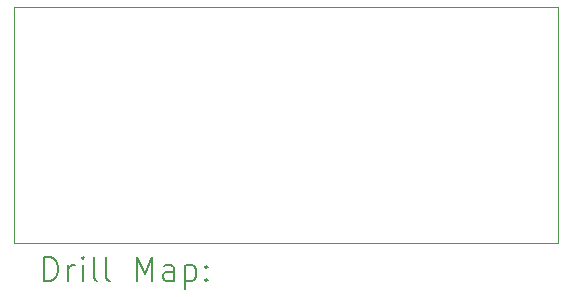
<source format=gbr>
%TF.GenerationSoftware,KiCad,Pcbnew,8.0.4*%
%TF.CreationDate,2024-08-16T15:34:18+02:00*%
%TF.ProjectId,AT8,4154382e-6b69-4636-9164-5f7063625858,00*%
%TF.SameCoordinates,Original*%
%TF.FileFunction,Drillmap*%
%TF.FilePolarity,Positive*%
%FSLAX45Y45*%
G04 Gerber Fmt 4.5, Leading zero omitted, Abs format (unit mm)*
G04 Created by KiCad (PCBNEW 8.0.4) date 2024-08-16 15:34:18*
%MOMM*%
%LPD*%
G01*
G04 APERTURE LIST*
%ADD10C,0.100000*%
%ADD11C,0.200000*%
G04 APERTURE END LIST*
D10*
X1267400Y-1270000D02*
X5867400Y-1270000D01*
X5867400Y-3270000D01*
X1267400Y-3270000D01*
X1267400Y-1270000D01*
D11*
X1523177Y-3586484D02*
X1523177Y-3386484D01*
X1523177Y-3386484D02*
X1570796Y-3386484D01*
X1570796Y-3386484D02*
X1599367Y-3396008D01*
X1599367Y-3396008D02*
X1618415Y-3415055D01*
X1618415Y-3415055D02*
X1627939Y-3434103D01*
X1627939Y-3434103D02*
X1637462Y-3472198D01*
X1637462Y-3472198D02*
X1637462Y-3500769D01*
X1637462Y-3500769D02*
X1627939Y-3538865D01*
X1627939Y-3538865D02*
X1618415Y-3557912D01*
X1618415Y-3557912D02*
X1599367Y-3576960D01*
X1599367Y-3576960D02*
X1570796Y-3586484D01*
X1570796Y-3586484D02*
X1523177Y-3586484D01*
X1723177Y-3586484D02*
X1723177Y-3453150D01*
X1723177Y-3491246D02*
X1732701Y-3472198D01*
X1732701Y-3472198D02*
X1742224Y-3462674D01*
X1742224Y-3462674D02*
X1761272Y-3453150D01*
X1761272Y-3453150D02*
X1780320Y-3453150D01*
X1846986Y-3586484D02*
X1846986Y-3453150D01*
X1846986Y-3386484D02*
X1837462Y-3396008D01*
X1837462Y-3396008D02*
X1846986Y-3405531D01*
X1846986Y-3405531D02*
X1856510Y-3396008D01*
X1856510Y-3396008D02*
X1846986Y-3386484D01*
X1846986Y-3386484D02*
X1846986Y-3405531D01*
X1970796Y-3586484D02*
X1951748Y-3576960D01*
X1951748Y-3576960D02*
X1942224Y-3557912D01*
X1942224Y-3557912D02*
X1942224Y-3386484D01*
X2075558Y-3586484D02*
X2056510Y-3576960D01*
X2056510Y-3576960D02*
X2046986Y-3557912D01*
X2046986Y-3557912D02*
X2046986Y-3386484D01*
X2304129Y-3586484D02*
X2304129Y-3386484D01*
X2304129Y-3386484D02*
X2370796Y-3529341D01*
X2370796Y-3529341D02*
X2437463Y-3386484D01*
X2437463Y-3386484D02*
X2437463Y-3586484D01*
X2618415Y-3586484D02*
X2618415Y-3481722D01*
X2618415Y-3481722D02*
X2608891Y-3462674D01*
X2608891Y-3462674D02*
X2589844Y-3453150D01*
X2589844Y-3453150D02*
X2551748Y-3453150D01*
X2551748Y-3453150D02*
X2532701Y-3462674D01*
X2618415Y-3576960D02*
X2599367Y-3586484D01*
X2599367Y-3586484D02*
X2551748Y-3586484D01*
X2551748Y-3586484D02*
X2532701Y-3576960D01*
X2532701Y-3576960D02*
X2523177Y-3557912D01*
X2523177Y-3557912D02*
X2523177Y-3538865D01*
X2523177Y-3538865D02*
X2532701Y-3519817D01*
X2532701Y-3519817D02*
X2551748Y-3510293D01*
X2551748Y-3510293D02*
X2599367Y-3510293D01*
X2599367Y-3510293D02*
X2618415Y-3500769D01*
X2713653Y-3453150D02*
X2713653Y-3653150D01*
X2713653Y-3462674D02*
X2732701Y-3453150D01*
X2732701Y-3453150D02*
X2770796Y-3453150D01*
X2770796Y-3453150D02*
X2789844Y-3462674D01*
X2789844Y-3462674D02*
X2799367Y-3472198D01*
X2799367Y-3472198D02*
X2808891Y-3491246D01*
X2808891Y-3491246D02*
X2808891Y-3548388D01*
X2808891Y-3548388D02*
X2799367Y-3567436D01*
X2799367Y-3567436D02*
X2789844Y-3576960D01*
X2789844Y-3576960D02*
X2770796Y-3586484D01*
X2770796Y-3586484D02*
X2732701Y-3586484D01*
X2732701Y-3586484D02*
X2713653Y-3576960D01*
X2894605Y-3567436D02*
X2904129Y-3576960D01*
X2904129Y-3576960D02*
X2894605Y-3586484D01*
X2894605Y-3586484D02*
X2885082Y-3576960D01*
X2885082Y-3576960D02*
X2894605Y-3567436D01*
X2894605Y-3567436D02*
X2894605Y-3586484D01*
X2894605Y-3462674D02*
X2904129Y-3472198D01*
X2904129Y-3472198D02*
X2894605Y-3481722D01*
X2894605Y-3481722D02*
X2885082Y-3472198D01*
X2885082Y-3472198D02*
X2894605Y-3462674D01*
X2894605Y-3462674D02*
X2894605Y-3481722D01*
M02*

</source>
